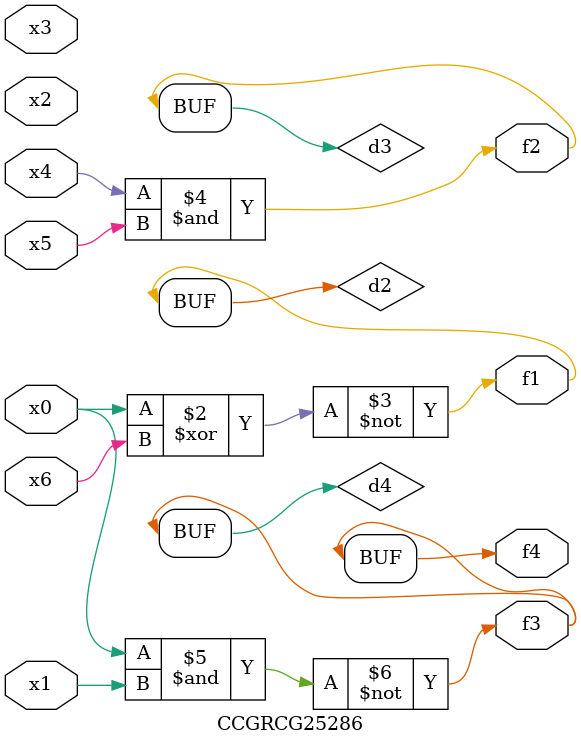
<source format=v>
module CCGRCG25286(
	input x0, x1, x2, x3, x4, x5, x6,
	output f1, f2, f3, f4
);

	wire d1, d2, d3, d4;

	nor (d1, x0);
	xnor (d2, x0, x6);
	and (d3, x4, x5);
	nand (d4, x0, x1);
	assign f1 = d2;
	assign f2 = d3;
	assign f3 = d4;
	assign f4 = d4;
endmodule

</source>
